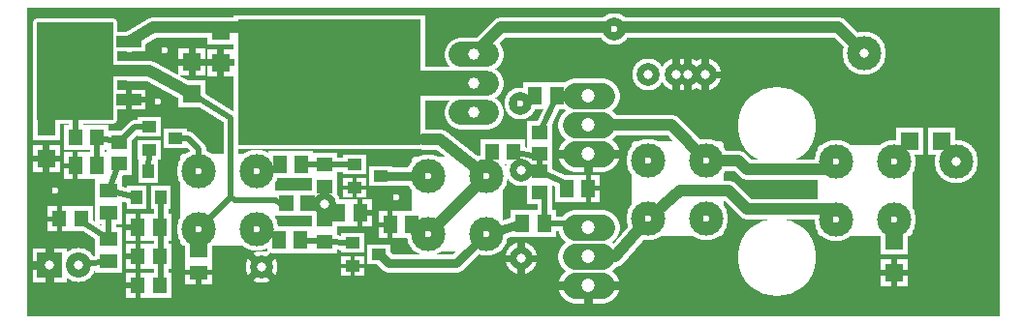
<source format=gbr>
%FSLAX34Y34*%
%MOMM*%
%LNCOPPER_TOP*%
G71*
G01*
%ADD10R, 1.820X2.020*%
%ADD11R, 2.020X1.820*%
%ADD12R, 2.200X2.100*%
%ADD13R, 2.100X2.400*%
%ADD14R, 2.100X2.200*%
%ADD15C, 1.300*%
%ADD16R, 2.400X2.100*%
%ADD17C, 3.000*%
%ADD18R, 2.400X2.400*%
%ADD19C, 1.800*%
%ADD20C, 2.800*%
%ADD21C, 3.800*%
%ADD22C, 0.700*%
%ADD23C, 1.600*%
%ADD24R, 3.000X4.100*%
%ADD25R, 3.000X1.800*%
%ADD26C, 0.800*%
%ADD27C, 2.000*%
%ADD28C, 3.000*%
%ADD29R, 16.800X11.800*%
%ADD30C, 3.100*%
%ADD31C, 4.000*%
%ADD32C, 4.300*%
%ADD33C, 6.800*%
%ADD34C, 2.800*%
%ADD35C, 3.800*%
%ADD36C, 0.433*%
%ADD37C, 0.733*%
%ADD38C, 0.533*%
%ADD39C, 0.340*%
%ADD40C, 0.667*%
%ADD41C, 0.500*%
%ADD42C, 0.767*%
%ADD43R, 1.020X1.220*%
%ADD44R, 1.220X1.020*%
%ADD45R, 1.400X1.300*%
%ADD46R, 1.300X1.600*%
%ADD47R, 1.300X1.400*%
%ADD48R, 1.600X1.300*%
%ADD49C, 2.200*%
%ADD50R, 1.600X1.600*%
%ADD51C, 1.000*%
%ADD52C, 2.000*%
%ADD53C, 3.000*%
%ADD54R, 2.200X3.300*%
%ADD55R, 2.200X1.000*%
%ADD56C, 0.000*%
%ADD57C, 2.200*%
%ADD58R, 16.000X11.000*%
%ADD59C, 2.300*%
%ADD60C, 3.200*%
%ADD61C, 3.500*%
%ADD62C, 0.600*%
%ADD63C, 1.200*%
%ADD64C, 0.100*%
%ADD65C, 6.000*%
%LPD*%
G36*
X0Y0D02*
X850000Y0D01*
X850000Y-270000D01*
X0Y-270000D01*
X0Y0D01*
G37*
%LPC*%
X106362Y-142875D02*
G54D10*
D03*
X116563Y-165775D02*
G54D10*
D03*
X96163Y-165775D02*
G54D10*
D03*
X129382Y-114300D02*
G54D11*
D03*
X106481Y-124500D02*
G54D11*
D03*
X106481Y-104100D02*
G54D11*
D03*
X80962Y-117475D02*
G54D12*
D03*
X80962Y-136475D02*
G54D12*
D03*
X115888Y-192088D02*
G54D13*
D03*
X96888Y-192088D02*
G54D13*
D03*
X115888Y-217488D02*
G54D14*
D03*
X96888Y-217488D02*
G54D14*
D03*
X115888Y-242888D02*
G54D14*
D03*
X96888Y-242888D02*
G54D14*
D03*
G54D15*
X61119Y-113506D02*
X80962Y-117475D01*
G54D15*
X80962Y-117475D02*
X94456Y-103981D01*
X106362Y-103981D01*
G54D15*
X150019Y-193675D02*
X177800Y-165894D01*
X177800Y-96044D01*
X144462Y-75624D01*
G54D15*
X96163Y-165775D02*
X71017Y-160114D01*
G54D15*
X116563Y-165775D02*
X116563Y-242212D01*
X115888Y-242888D01*
G54D15*
X106481Y-124500D02*
X106362Y-142875D01*
X71017Y-179114D02*
G54D16*
D03*
X71017Y-160114D02*
G54D16*
D03*
X70910Y-221400D02*
G54D16*
D03*
X70910Y-202400D02*
G54D16*
D03*
G54D15*
X71017Y-179114D02*
X70910Y-202400D01*
G54D15*
X71017Y-160114D02*
X80962Y-136475D01*
G54D15*
X129382Y-114300D02*
X140494Y-114300D01*
X150019Y-123825D01*
X150019Y-142875D01*
X61119Y-138112D02*
G54D13*
D03*
X42119Y-138112D02*
G54D13*
D03*
X150027Y-212743D02*
G54D16*
D03*
X150027Y-231743D02*
G54D16*
D03*
G36*
X34994Y-210322D02*
X34994Y-240322D01*
X4994Y-240322D01*
X4994Y-210322D01*
X34994Y-210322D01*
G37*
X45394Y-225322D02*
G54D17*
D03*
G54D15*
X45394Y-225322D02*
X70644Y-221456D01*
X169069Y-19844D02*
G54D18*
D03*
X169069Y-47844D02*
G54D18*
D03*
G54D19*
X88900Y-29369D02*
X110331Y-16669D01*
X198438Y-16669D01*
X307826Y-215750D02*
G54D11*
D03*
X284926Y-225950D02*
G54D11*
D03*
X284926Y-205550D02*
G54D11*
D03*
X220160Y-203169D02*
G54D13*
D03*
X239160Y-203169D02*
G54D13*
D03*
X220954Y-137288D02*
G54D13*
D03*
X239954Y-137288D02*
G54D13*
D03*
G54D15*
X239160Y-203169D02*
X260350Y-204738D01*
X284926Y-205550D01*
X284956Y-205581D01*
X260350Y-185738D02*
G54D12*
D03*
X260350Y-204738D02*
G54D12*
D03*
X309182Y-146844D02*
G54D11*
D03*
X286282Y-157043D02*
G54D11*
D03*
X286282Y-136644D02*
G54D11*
D03*
G36*
X215959Y-160006D02*
X236959Y-160006D01*
X236959Y-182006D01*
X215959Y-182006D01*
X215959Y-160006D01*
G37*
G36*
X234959Y-160006D02*
X255959Y-160006D01*
X255959Y-182006D01*
X234959Y-182006D01*
X234959Y-160006D01*
G37*
X260350Y-137319D02*
G54D12*
D03*
X260350Y-156319D02*
G54D12*
D03*
X272282Y-179398D02*
G54D13*
D03*
X291282Y-179398D02*
G54D13*
D03*
G54D15*
X225450Y-173806D02*
X216694Y-168275D01*
X181769Y-168275D01*
X177800Y-165894D01*
X259968Y-171687D02*
G54D20*
D03*
X205167Y-226488D02*
G54D20*
D03*
G54D15*
X239954Y-137288D02*
X260319Y-137288D01*
X260350Y-137319D01*
G54D15*
X286014Y-136674D02*
X287338Y-137319D01*
X260350Y-137319D01*
X401121Y-146976D02*
G54D21*
D03*
X350321Y-197776D02*
G54D21*
D03*
X401121Y-197776D02*
G54D21*
D03*
X350321Y-146976D02*
G54D21*
D03*
G36*
X412617Y-210072D02*
X339592Y-210072D01*
X339592Y-133872D01*
X412617Y-133872D01*
X412617Y-210072D01*
G37*
G54D22*
X412617Y-210072D02*
X339592Y-210072D01*
X339592Y-133872D01*
X412617Y-133872D01*
X412617Y-210072D01*
G54D23*
X309331Y-146993D02*
X347662Y-146844D01*
G54D23*
X307975Y-215900D02*
X315912Y-223838D01*
X375444Y-223838D01*
X401638Y-197644D01*
G54D19*
X350837Y-197644D02*
X401638Y-146844D01*
X336550Y-189706D02*
G54D13*
D03*
X317550Y-189706D02*
G54D13*
D03*
X31750Y-54769D02*
G54D24*
D03*
X88900Y-54769D02*
G54D25*
D03*
X88900Y-29369D02*
G54D25*
D03*
X88900Y-80169D02*
G54D25*
D03*
G36*
X99616Y-59531D02*
X74216Y-59531D01*
X74216Y-97234D01*
X8731Y-97234D01*
X8731Y-12303D01*
X74216Y-12303D01*
X74216Y-50006D01*
X99616Y-50006D01*
X99616Y-59531D01*
G37*
G54D26*
X99616Y-59531D02*
X74216Y-59531D01*
X74216Y-97234D01*
X8731Y-97234D01*
X8731Y-12303D01*
X74216Y-12303D01*
X74216Y-50006D01*
X99616Y-50006D01*
X99616Y-59531D01*
X47158Y-184642D02*
G54D14*
D03*
X28158Y-184642D02*
G54D14*
D03*
G54D15*
X70910Y-202400D02*
X46831Y-185763D01*
X61119Y-113506D02*
G54D14*
D03*
X42119Y-113506D02*
G54D14*
D03*
G54D15*
X61119Y-138112D02*
X61119Y-113506D01*
G54D15*
X42069Y-113506D02*
X42069Y-92869D01*
X144462Y-75624D02*
G54D18*
D03*
X144462Y-47625D02*
G54D18*
D03*
G54D19*
X88900Y-54769D02*
X107156Y-54769D01*
X144462Y-75624D01*
G54D19*
X346075Y-115094D02*
X361156Y-115094D01*
X401638Y-146844D01*
X323057Y-165894D02*
G54D27*
D03*
X114301Y-81756D02*
G54D27*
D03*
X24607Y-159544D02*
G54D27*
D03*
G54D28*
X379826Y-91445D02*
X401826Y-91445D01*
G54D28*
X379826Y-40645D02*
X401826Y-40645D01*
G54D28*
X379826Y-66045D02*
X401826Y-66045D01*
G36*
X340026Y-116845D02*
X187626Y-116845D01*
X187626Y-15245D01*
X340026Y-15245D01*
X340026Y-116845D01*
G37*
G54D15*
X340026Y-116845D02*
X187626Y-116845D01*
X187626Y-15245D01*
X340026Y-15245D01*
X340026Y-116845D01*
G54D28*
X390826Y-66045D02*
X340026Y-66045D01*
G36*
X340026Y-15245D02*
X187626Y-15245D01*
X187626Y-116845D01*
X340026Y-116845D01*
X340026Y-15245D01*
G37*
G54D15*
X340026Y-15245D02*
X187626Y-15245D01*
X187626Y-116845D01*
X340026Y-116845D01*
X340026Y-15245D01*
X264223Y-65251D02*
G54D29*
D03*
X120651Y-37306D02*
G54D27*
D03*
X16669Y-103981D02*
G54D18*
D03*
X16669Y-131981D02*
G54D18*
D03*
X150019Y-142875D02*
G54D21*
D03*
X200819Y-193675D02*
G54D21*
D03*
X200819Y-142875D02*
G54D21*
D03*
X150018Y-193675D02*
G54D21*
D03*
G36*
X213114Y-131379D02*
X213114Y-204404D01*
X136914Y-204404D01*
X136914Y-131379D01*
X213114Y-131379D01*
G37*
G54D22*
X213114Y-131379D02*
X213114Y-204404D01*
X136914Y-204404D01*
X136914Y-131379D01*
X213114Y-131379D01*
G54D19*
X390525Y-40481D02*
X414338Y-16669D01*
X639762Y-16669D01*
G54D30*
X501941Y-192223D02*
X478941Y-192223D01*
G54D30*
X501941Y-243023D02*
X478941Y-243023D01*
G54D30*
X501941Y-217623D02*
X478941Y-217623D01*
X655441Y-218423D02*
G54D31*
D03*
X655441Y-217423D02*
G54D32*
D03*
X655841Y-218623D02*
G54D33*
D03*
X655841Y-103530D02*
G54D33*
D03*
G54D30*
X501941Y-77130D02*
X478941Y-77130D01*
G54D30*
X501941Y-127930D02*
X478941Y-127930D01*
G54D30*
X501941Y-102530D02*
X478941Y-102530D01*
X655441Y-103330D02*
G54D31*
D03*
X655441Y-102330D02*
G54D32*
D03*
X432885Y-188882D02*
G54D13*
D03*
X451885Y-188882D02*
G54D13*
D03*
G54D23*
X401121Y-197776D02*
X432885Y-188882D01*
X462881Y-77130D02*
G54D13*
D03*
X443881Y-77130D02*
G54D13*
D03*
G54D15*
X487266Y-77130D02*
X462881Y-77130D01*
X447700Y-161900D02*
G54D12*
D03*
X447700Y-142900D02*
G54D12*
D03*
X431799Y-142081D02*
G54D20*
D03*
X431799Y-219581D02*
G54D20*
D03*
X471514Y-157967D02*
G54D13*
D03*
X490514Y-157967D02*
G54D13*
D03*
X447675Y-127794D02*
G54D12*
D03*
X447675Y-108794D02*
G54D12*
D03*
G54D15*
X476270Y-188882D02*
X451885Y-188882D01*
X425505Y-125935D02*
G54D14*
D03*
X406505Y-125935D02*
G54D14*
D03*
G54D15*
X425505Y-125935D02*
X445565Y-129904D01*
X447675Y-127794D01*
X447675Y-142875D01*
X447700Y-142900D01*
G54D15*
X451885Y-188882D02*
X451885Y-166085D01*
X447700Y-161900D01*
G54D15*
X462881Y-77130D02*
X447675Y-108794D01*
G54D15*
X471514Y-157967D02*
X471514Y-154014D01*
X447700Y-142900D01*
X431799Y-142081D01*
X593725Y-133350D02*
G54D21*
D03*
X542925Y-184150D02*
G54D21*
D03*
X593725Y-184150D02*
G54D21*
D03*
X542925Y-133350D02*
G54D21*
D03*
G36*
X605221Y-196446D02*
X532196Y-196446D01*
X532196Y-120246D01*
X605221Y-120246D01*
X605221Y-196446D01*
G37*
G54D22*
X605221Y-196446D02*
X532196Y-196446D01*
X532196Y-120246D01*
X605221Y-120246D01*
X605221Y-196446D01*
X431007Y-83344D02*
G54D34*
D03*
G54D19*
X490441Y-102530D02*
X563049Y-102530D01*
X593725Y-133350D01*
G54D19*
X490441Y-217623D02*
X513830Y-217623D01*
X542925Y-184150D01*
X513557Y-18256D02*
G54D34*
D03*
X567531Y-58738D02*
G54D20*
D03*
X577731Y-58738D02*
G54D20*
D03*
X592631Y-58738D02*
G54D20*
D03*
X542631Y-58738D02*
G54D20*
D03*
X757898Y-185221D02*
G54D21*
D03*
X707098Y-134421D02*
G54D21*
D03*
X707098Y-185221D02*
G54D21*
D03*
X757899Y-134421D02*
G54D21*
D03*
G36*
X694803Y-196717D02*
X694803Y-123692D01*
X771003Y-123692D01*
X771003Y-196717D01*
X694803Y-196717D01*
G37*
G54D22*
X694803Y-196717D02*
X694803Y-123692D01*
X771003Y-123692D01*
X771003Y-196717D01*
X694803Y-196717D01*
G54D19*
X593725Y-133350D02*
X621506Y-133350D01*
X629444Y-141288D01*
X700232Y-141288D01*
X707098Y-134421D01*
G54D19*
X542925Y-184150D02*
X570706Y-159544D01*
X612775Y-159544D01*
X629444Y-176212D01*
X700232Y-176212D01*
X707098Y-183079D01*
X731838Y-39687D02*
G54D35*
D03*
G54D19*
X639762Y-16669D02*
X708819Y-16669D01*
X731838Y-39687D01*
X758031Y-203993D02*
G54D18*
D03*
X758031Y-231993D02*
G54D18*
D03*
X799019Y-116393D02*
G54D18*
D03*
X771019Y-116393D02*
G54D18*
D03*
X812006Y-134937D02*
G54D35*
D03*
%LPD*%
G54D36*
G36*
X99054Y-192088D02*
X99054Y-204588D01*
X94721Y-204588D01*
X94721Y-192088D01*
X99054Y-192088D01*
G37*
G36*
X96888Y-194254D02*
X85888Y-194254D01*
X85888Y-189921D01*
X96888Y-189921D01*
X96888Y-194254D01*
G37*
G36*
X94721Y-192088D02*
X94721Y-179588D01*
X99054Y-179588D01*
X99054Y-192088D01*
X94721Y-192088D01*
G37*
G54D36*
G36*
X99054Y-217488D02*
X99054Y-228988D01*
X94721Y-228988D01*
X94721Y-217488D01*
X99054Y-217488D01*
G37*
G36*
X96888Y-219654D02*
X85888Y-219654D01*
X85888Y-215321D01*
X96888Y-215321D01*
X96888Y-219654D01*
G37*
G36*
X94721Y-217488D02*
X94721Y-205988D01*
X99054Y-205988D01*
X99054Y-217488D01*
X94721Y-217488D01*
G37*
G54D36*
G36*
X99054Y-242888D02*
X99054Y-254388D01*
X94721Y-254388D01*
X94721Y-242888D01*
X99054Y-242888D01*
G37*
G36*
X96888Y-245054D02*
X85888Y-245054D01*
X85888Y-240721D01*
X96888Y-240721D01*
X96888Y-245054D01*
G37*
G36*
X94721Y-242888D02*
X94721Y-231388D01*
X99054Y-231388D01*
X99054Y-242888D01*
X94721Y-242888D01*
G37*
G54D36*
G36*
X44286Y-138112D02*
X44286Y-150612D01*
X39953Y-150612D01*
X39953Y-138112D01*
X44286Y-138112D01*
G37*
G36*
X42119Y-140279D02*
X31119Y-140279D01*
X31119Y-135946D01*
X42119Y-135946D01*
X42119Y-140279D01*
G37*
G36*
X39953Y-138112D02*
X39952Y-125612D01*
X44285Y-125612D01*
X44286Y-138112D01*
X39953Y-138112D01*
G37*
G54D36*
G36*
X150027Y-229577D02*
X162527Y-229577D01*
X162527Y-233910D01*
X150027Y-233910D01*
X150027Y-229577D01*
G37*
G36*
X152194Y-231743D02*
X152194Y-242743D01*
X147861Y-242743D01*
X147861Y-231743D01*
X152194Y-231743D01*
G37*
G36*
X150027Y-233910D02*
X137527Y-233910D01*
X137527Y-229577D01*
X150027Y-229577D01*
X150027Y-233910D01*
G37*
G54D37*
G36*
X23660Y-225322D02*
X23660Y-240822D01*
X16327Y-240822D01*
X16327Y-225322D01*
X23660Y-225322D01*
G37*
G36*
X19994Y-228989D02*
X4494Y-228989D01*
X4494Y-221655D01*
X19994Y-221655D01*
X19994Y-228989D01*
G37*
G36*
X16327Y-225322D02*
X16327Y-209822D01*
X23660Y-209822D01*
X23660Y-225322D01*
X16327Y-225322D01*
G37*
G54D38*
G36*
X169069Y-45177D02*
X181569Y-45177D01*
X181569Y-50510D01*
X169069Y-50510D01*
X169069Y-45177D01*
G37*
G36*
X171735Y-47844D02*
X171735Y-60344D01*
X166402Y-60344D01*
X166402Y-47844D01*
X171735Y-47844D01*
G37*
G36*
X169069Y-50510D02*
X156569Y-50510D01*
X156569Y-45177D01*
X169069Y-45177D01*
X169069Y-50510D01*
G37*
G36*
X166402Y-47844D02*
X166402Y-35344D01*
X171735Y-35344D01*
X171735Y-47844D01*
X166402Y-47844D01*
G37*
G54D39*
G36*
X284926Y-227650D02*
X274326Y-227650D01*
X274326Y-224250D01*
X284926Y-224250D01*
X284926Y-227650D01*
G37*
G36*
X283226Y-225950D02*
X283226Y-216350D01*
X286626Y-216350D01*
X286626Y-225950D01*
X283226Y-225950D01*
G37*
G36*
X284926Y-224250D02*
X295526Y-224250D01*
X295526Y-227650D01*
X284926Y-227650D01*
X284926Y-224250D01*
G37*
G36*
X286626Y-225950D02*
X286625Y-235550D01*
X283225Y-235550D01*
X283226Y-225950D01*
X286626Y-225950D01*
G37*
G54D39*
G36*
X286282Y-158743D02*
X275682Y-158743D01*
X275682Y-155343D01*
X286282Y-155343D01*
X286282Y-158743D01*
G37*
G36*
X284582Y-157043D02*
X284582Y-147443D01*
X287982Y-147443D01*
X287982Y-157043D01*
X284582Y-157043D01*
G37*
G36*
X286282Y-155343D02*
X296882Y-155344D01*
X296882Y-158744D01*
X286282Y-158743D01*
X286282Y-155343D01*
G37*
G36*
X287982Y-157043D02*
X287982Y-166643D01*
X284582Y-166643D01*
X284582Y-157043D01*
X287982Y-157043D01*
G37*
G54D36*
G36*
X289115Y-179398D02*
X289116Y-166898D01*
X293449Y-166898D01*
X293448Y-179398D01*
X289115Y-179398D01*
G37*
G36*
X291282Y-177232D02*
X302282Y-177232D01*
X302282Y-181565D01*
X291282Y-181565D01*
X291282Y-177232D01*
G37*
G36*
X293448Y-179398D02*
X293448Y-191898D01*
X289115Y-191898D01*
X289115Y-179398D01*
X293448Y-179398D01*
G37*
G54D40*
G36*
X207524Y-224131D02*
X217778Y-234384D01*
X213064Y-239098D01*
X202810Y-228845D01*
X207524Y-224131D01*
G37*
G36*
X207524Y-228845D02*
X197271Y-239098D01*
X192557Y-234384D01*
X202810Y-224131D01*
X207524Y-228845D01*
G37*
G36*
X202810Y-228845D02*
X192557Y-218592D01*
X197271Y-213878D01*
X207524Y-224131D01*
X202810Y-228845D01*
G37*
G36*
X202810Y-224131D02*
X213064Y-213878D01*
X217778Y-218592D01*
X207524Y-228845D01*
X202810Y-224131D01*
G37*
G54D36*
G36*
X319716Y-189706D02*
X319716Y-202206D01*
X315383Y-202206D01*
X315383Y-189706D01*
X319716Y-189706D01*
G37*
G36*
X317550Y-191873D02*
X306550Y-191873D01*
X306550Y-187540D01*
X317550Y-187540D01*
X317550Y-191873D01*
G37*
G36*
X315383Y-189706D02*
X315383Y-177206D01*
X319716Y-177206D01*
X319716Y-189706D01*
X315383Y-189706D01*
G37*
G54D41*
G36*
X86400Y-80169D02*
X86400Y-70669D01*
X91400Y-70669D01*
X91400Y-80169D01*
X86400Y-80169D01*
G37*
G36*
X88900Y-77669D02*
X104400Y-77669D01*
X104400Y-82669D01*
X88900Y-82669D01*
X88900Y-77669D01*
G37*
G36*
X91400Y-80169D02*
X91400Y-89669D01*
X86400Y-89669D01*
X86400Y-80169D01*
X91400Y-80169D01*
G37*
G54D36*
G36*
X30325Y-184642D02*
X30325Y-196142D01*
X25992Y-196142D01*
X25992Y-184642D01*
X30325Y-184642D01*
G37*
G36*
X28158Y-186809D02*
X17158Y-186809D01*
X17158Y-182476D01*
X28158Y-182476D01*
X28158Y-186809D01*
G37*
G36*
X25992Y-184642D02*
X25992Y-173142D01*
X30325Y-173142D01*
X30325Y-184642D01*
X25992Y-184642D01*
G37*
G54D38*
G36*
X144462Y-50291D02*
X131962Y-50291D01*
X131962Y-44958D01*
X144462Y-44958D01*
X144462Y-50291D01*
G37*
G36*
X141796Y-47625D02*
X141796Y-35125D01*
X147128Y-35125D01*
X147128Y-47625D01*
X141796Y-47625D01*
G37*
G36*
X144462Y-44958D02*
X156962Y-44958D01*
X156962Y-50291D01*
X144462Y-50291D01*
X144462Y-44958D01*
G37*
G36*
X147128Y-47625D02*
X147128Y-60125D01*
X141796Y-60125D01*
X141796Y-47625D01*
X147128Y-47625D01*
G37*
G54D38*
G36*
X16669Y-129314D02*
X29169Y-129314D01*
X29169Y-134647D01*
X16669Y-134647D01*
X16669Y-129314D01*
G37*
G36*
X19336Y-131981D02*
X19336Y-144481D01*
X14003Y-144481D01*
X14003Y-131981D01*
X19336Y-131981D01*
G37*
G36*
X16669Y-134647D02*
X4169Y-134647D01*
X4169Y-129314D01*
X16669Y-129314D01*
X16669Y-134647D01*
G37*
G36*
X14003Y-131981D02*
X14003Y-119481D01*
X19336Y-119481D01*
X19336Y-131981D01*
X14003Y-131981D01*
G37*
G54D42*
G36*
X490441Y-239190D02*
X517941Y-239190D01*
X517941Y-246857D01*
X490441Y-246857D01*
X490441Y-239190D01*
G37*
G36*
X494274Y-243023D02*
X494274Y-259023D01*
X486607Y-259023D01*
X486607Y-243023D01*
X494274Y-243023D01*
G37*
G36*
X490441Y-246857D02*
X462941Y-246857D01*
X462941Y-239190D01*
X490441Y-239190D01*
X490441Y-246857D01*
G37*
G54D42*
G36*
X490441Y-124096D02*
X517941Y-124096D01*
X517941Y-131763D01*
X490441Y-131763D01*
X490441Y-124096D01*
G37*
G36*
X494274Y-127930D02*
X494274Y-143930D01*
X486607Y-143930D01*
X486607Y-127930D01*
X494274Y-127930D01*
G37*
G36*
X490441Y-131763D02*
X462941Y-131763D01*
X462941Y-124096D01*
X490441Y-124096D01*
X490441Y-131763D01*
G37*
G54D40*
G36*
X431799Y-216248D02*
X446299Y-216248D01*
X446299Y-222915D01*
X431799Y-222915D01*
X431799Y-216248D01*
G37*
G36*
X435132Y-219581D02*
X435132Y-234081D01*
X428466Y-234081D01*
X428466Y-219581D01*
X435132Y-219581D01*
G37*
G36*
X431799Y-222915D02*
X417299Y-222915D01*
X417299Y-216248D01*
X431799Y-216248D01*
X431799Y-222915D01*
G37*
G36*
X428466Y-219581D02*
X428466Y-205081D01*
X435132Y-205081D01*
X435132Y-219581D01*
X428466Y-219581D01*
G37*
G54D36*
G36*
X488347Y-157967D02*
X488347Y-145467D01*
X492680Y-145467D01*
X492680Y-157967D01*
X488347Y-157967D01*
G37*
G36*
X490514Y-155801D02*
X501514Y-155801D01*
X501513Y-160134D01*
X490513Y-160134D01*
X490514Y-155801D01*
G37*
G36*
X492680Y-157967D02*
X492680Y-170467D01*
X488347Y-170467D01*
X488347Y-157967D01*
X492680Y-157967D01*
G37*
G54D40*
G36*
X564198Y-58738D02*
X564198Y-44238D01*
X570865Y-44238D01*
X570865Y-58738D01*
X564198Y-58738D01*
G37*
G36*
X567531Y-55404D02*
X582031Y-55404D01*
X582031Y-62071D01*
X567531Y-62071D01*
X567531Y-55404D01*
G37*
G36*
X570865Y-58738D02*
X570865Y-73238D01*
X564198Y-73238D01*
X564198Y-58738D01*
X570865Y-58738D01*
G37*
G54D40*
G36*
X574398Y-58738D02*
X574398Y-44238D01*
X581064Y-44238D01*
X581064Y-58738D01*
X574398Y-58738D01*
G37*
G36*
X577731Y-55404D02*
X592231Y-55404D01*
X592231Y-62071D01*
X577731Y-62071D01*
X577731Y-55404D01*
G37*
G36*
X581064Y-58738D02*
X581064Y-73238D01*
X574398Y-73238D01*
X574398Y-58738D01*
X581064Y-58738D01*
G37*
G36*
X577731Y-62071D02*
X563231Y-62071D01*
X563231Y-55404D01*
X577731Y-55404D01*
X577731Y-62071D01*
G37*
G54D40*
G36*
X589298Y-58738D02*
X589298Y-44238D01*
X595964Y-44238D01*
X595964Y-58738D01*
X589298Y-58738D01*
G37*
G36*
X592631Y-55404D02*
X607131Y-55404D01*
X607131Y-62071D01*
X592631Y-62071D01*
X592631Y-55404D01*
G37*
G36*
X595964Y-58738D02*
X595964Y-73238D01*
X589298Y-73238D01*
X589298Y-58738D01*
X595964Y-58738D01*
G37*
G36*
X592631Y-62071D02*
X578131Y-62071D01*
X578131Y-55404D01*
X592631Y-55404D01*
X592631Y-62071D01*
G37*
G54D38*
G36*
X758031Y-229327D02*
X770531Y-229327D01*
X770531Y-234660D01*
X758031Y-234660D01*
X758031Y-229327D01*
G37*
G36*
X760698Y-231993D02*
X760698Y-244493D01*
X755365Y-244493D01*
X755365Y-231993D01*
X760698Y-231993D01*
G37*
G36*
X758031Y-234660D02*
X745531Y-234660D01*
X745531Y-229327D01*
X758031Y-229327D01*
X758031Y-234660D01*
G37*
G36*
X755365Y-231993D02*
X755364Y-219493D01*
X760698Y-219493D01*
X760698Y-231993D01*
X755365Y-231993D01*
G37*
X106362Y-142875D02*
G54D43*
D03*
X116563Y-165775D02*
G54D43*
D03*
X96163Y-165775D02*
G54D43*
D03*
X129382Y-114300D02*
G54D44*
D03*
X106481Y-124500D02*
G54D44*
D03*
X106481Y-104100D02*
G54D44*
D03*
X80962Y-117475D02*
G54D45*
D03*
X80962Y-136475D02*
G54D45*
D03*
X115888Y-192088D02*
G54D46*
D03*
X96888Y-192088D02*
G54D46*
D03*
X115888Y-217488D02*
G54D47*
D03*
X96888Y-217488D02*
G54D47*
D03*
X115888Y-242888D02*
G54D47*
D03*
X96888Y-242888D02*
G54D47*
D03*
G54D41*
X61119Y-113506D02*
X80962Y-117475D01*
G54D41*
X80962Y-117475D02*
X94456Y-103981D01*
X106362Y-103981D01*
G54D41*
X150019Y-193675D02*
X177800Y-165894D01*
X177800Y-96044D01*
X144462Y-75624D01*
G54D41*
X96163Y-165775D02*
X71017Y-160114D01*
G54D41*
X116563Y-165775D02*
X116563Y-242212D01*
X115888Y-242888D01*
G54D41*
X106481Y-124500D02*
X106362Y-142875D01*
X71017Y-179114D02*
G54D48*
D03*
X71017Y-160114D02*
G54D48*
D03*
X70910Y-221400D02*
G54D48*
D03*
X70910Y-202400D02*
G54D48*
D03*
G54D41*
X71017Y-179114D02*
X70910Y-202400D01*
G54D41*
X71017Y-160114D02*
X80962Y-136475D01*
G54D41*
X129382Y-114300D02*
X140494Y-114300D01*
X150019Y-123825D01*
X150019Y-142875D01*
X61119Y-138112D02*
G54D46*
D03*
X42119Y-138112D02*
G54D46*
D03*
X150027Y-212743D02*
G54D48*
D03*
X150027Y-231743D02*
G54D48*
D03*
G36*
X30994Y-214322D02*
X30994Y-236322D01*
X8994Y-236322D01*
X8994Y-214322D01*
X30994Y-214322D01*
G37*
X45394Y-225322D02*
G54D49*
D03*
G54D41*
X45394Y-225322D02*
X70644Y-221456D01*
X169069Y-19844D02*
G54D50*
D03*
X169069Y-47844D02*
G54D50*
D03*
G54D51*
X88900Y-29369D02*
X110331Y-16669D01*
X198438Y-16669D01*
X307826Y-215750D02*
G54D44*
D03*
X284926Y-225950D02*
G54D44*
D03*
X284926Y-205550D02*
G54D44*
D03*
X220160Y-203169D02*
G54D46*
D03*
X239160Y-203169D02*
G54D46*
D03*
X220954Y-137288D02*
G54D46*
D03*
X239954Y-137288D02*
G54D46*
D03*
G54D41*
X239160Y-203169D02*
X260350Y-204738D01*
X284926Y-205550D01*
X284956Y-205581D01*
X260350Y-185738D02*
G54D45*
D03*
X260350Y-204738D02*
G54D45*
D03*
X309182Y-146844D02*
G54D44*
D03*
X286282Y-157043D02*
G54D44*
D03*
X286282Y-136644D02*
G54D44*
D03*
G36*
X219959Y-164006D02*
X232959Y-164006D01*
X232959Y-178006D01*
X219959Y-178006D01*
X219959Y-164006D01*
G37*
G36*
X238959Y-164006D02*
X251959Y-164006D01*
X251959Y-178006D01*
X238959Y-178006D01*
X238959Y-164006D01*
G37*
X260350Y-137319D02*
G54D45*
D03*
X260350Y-156319D02*
G54D45*
D03*
X272282Y-179398D02*
G54D46*
D03*
X291282Y-179398D02*
G54D46*
D03*
G54D41*
X225450Y-173806D02*
X216694Y-168275D01*
X181769Y-168275D01*
X177800Y-165894D01*
X259968Y-171687D02*
G54D52*
D03*
X205167Y-226488D02*
G54D52*
D03*
G54D41*
X239954Y-137288D02*
X260319Y-137288D01*
X260350Y-137319D01*
G54D41*
X286014Y-136674D02*
X287338Y-137319D01*
X260350Y-137319D01*
X401121Y-146976D02*
G54D53*
D03*
X350321Y-197776D02*
G54D53*
D03*
X401121Y-197776D02*
G54D53*
D03*
X350321Y-146976D02*
G54D53*
D03*
G54D26*
X309331Y-146993D02*
X347662Y-146844D01*
G54D26*
X307975Y-215900D02*
X315912Y-223838D01*
X375444Y-223838D01*
X401638Y-197644D01*
G54D51*
X350837Y-197644D02*
X401638Y-146844D01*
X336550Y-189706D02*
G54D46*
D03*
X317550Y-189706D02*
G54D46*
D03*
X31750Y-54769D02*
G54D54*
D03*
X88900Y-54769D02*
G54D55*
D03*
X88900Y-29369D02*
G54D55*
D03*
X88900Y-80169D02*
G54D55*
D03*
G36*
X99616Y-59531D02*
X74216Y-59531D01*
X74216Y-97234D01*
X8731Y-97234D01*
X8731Y-12303D01*
X74216Y-12303D01*
X74216Y-50006D01*
X99616Y-50006D01*
X99616Y-59531D01*
G37*
G54D56*
X99616Y-59531D02*
X74216Y-59531D01*
X74216Y-97234D01*
X8731Y-97234D01*
X8731Y-12303D01*
X74216Y-12303D01*
X74216Y-50006D01*
X99616Y-50006D01*
X99616Y-59531D01*
X47158Y-184642D02*
G54D47*
D03*
X28158Y-184642D02*
G54D47*
D03*
G54D41*
X70910Y-202400D02*
X46831Y-185763D01*
X61119Y-113506D02*
G54D47*
D03*
X42119Y-113506D02*
G54D47*
D03*
G54D41*
X61119Y-138112D02*
X61119Y-113506D01*
G54D41*
X42069Y-113506D02*
X42069Y-92869D01*
X144462Y-75624D02*
G54D50*
D03*
X144462Y-47625D02*
G54D50*
D03*
G54D51*
X88900Y-54769D02*
X107156Y-54769D01*
X144462Y-75624D01*
G54D51*
X346075Y-115094D02*
X361156Y-115094D01*
X401638Y-146844D01*
X323057Y-165894D02*
G54D27*
D03*
X114301Y-81756D02*
G54D27*
D03*
X24607Y-159544D02*
G54D27*
D03*
G54D57*
X379826Y-91445D02*
X401826Y-91445D01*
G54D57*
X379826Y-40645D02*
X401826Y-40645D01*
G54D57*
X379826Y-66045D02*
X401826Y-66045D01*
G36*
X340026Y-116845D02*
X187626Y-116845D01*
X187626Y-15245D01*
X340026Y-15245D01*
X340026Y-116845D01*
G37*
G54D41*
X340026Y-116845D02*
X187626Y-116845D01*
X187626Y-15245D01*
X340026Y-15245D01*
X340026Y-116845D01*
G54D57*
X390826Y-66045D02*
X340026Y-66045D01*
X264223Y-65251D02*
G54D58*
D03*
X120651Y-37306D02*
G54D27*
D03*
X16669Y-103981D02*
G54D50*
D03*
X16669Y-131981D02*
G54D50*
D03*
X150019Y-142875D02*
G54D53*
D03*
X200819Y-193675D02*
G54D53*
D03*
X200819Y-142875D02*
G54D53*
D03*
X150018Y-193675D02*
G54D53*
D03*
G54D51*
X390525Y-40481D02*
X414338Y-16669D01*
X639762Y-16669D01*
G54D59*
X501941Y-192223D02*
X478941Y-192223D01*
G54D59*
X501941Y-243023D02*
X478941Y-243023D01*
G54D59*
X501941Y-217623D02*
X478941Y-217623D01*
X655441Y-218423D02*
G54D60*
D03*
X655441Y-217423D02*
G54D61*
D03*
G54D59*
X501941Y-77130D02*
X478941Y-77130D01*
G54D59*
X501941Y-127930D02*
X478941Y-127930D01*
G54D59*
X501941Y-102530D02*
X478941Y-102530D01*
X655441Y-103330D02*
G54D60*
D03*
X655441Y-102330D02*
G54D61*
D03*
X432885Y-188882D02*
G54D46*
D03*
X451885Y-188882D02*
G54D46*
D03*
G54D26*
X401121Y-197776D02*
X432885Y-188882D01*
X462881Y-77130D02*
G54D46*
D03*
X443881Y-77130D02*
G54D46*
D03*
G54D41*
X487266Y-77130D02*
X462881Y-77130D01*
X447700Y-161900D02*
G54D45*
D03*
X447700Y-142900D02*
G54D45*
D03*
X431799Y-142081D02*
G54D52*
D03*
X431799Y-219581D02*
G54D52*
D03*
X471514Y-157967D02*
G54D46*
D03*
X490514Y-157967D02*
G54D46*
D03*
X447675Y-127794D02*
G54D45*
D03*
X447675Y-108794D02*
G54D45*
D03*
G54D41*
X476270Y-188882D02*
X451885Y-188882D01*
X425505Y-125935D02*
G54D47*
D03*
X406505Y-125935D02*
G54D47*
D03*
G54D41*
X425505Y-125935D02*
X445565Y-129904D01*
X447675Y-127794D01*
X447675Y-142875D01*
X447700Y-142900D01*
G54D41*
X451885Y-188882D02*
X451885Y-166085D01*
X447700Y-161900D01*
G54D41*
X462881Y-77130D02*
X447675Y-108794D01*
G54D41*
X471514Y-157967D02*
X471514Y-154014D01*
X447700Y-142900D01*
X431799Y-142081D01*
X593725Y-133350D02*
G54D53*
D03*
X542925Y-184150D02*
G54D53*
D03*
X593725Y-184150D02*
G54D53*
D03*
X542925Y-133350D02*
G54D53*
D03*
X431007Y-83344D02*
G54D27*
D03*
G54D51*
X490441Y-102530D02*
X563049Y-102530D01*
X593725Y-133350D01*
G54D51*
X490441Y-217623D02*
X513830Y-217623D01*
X542925Y-184150D01*
X513557Y-18256D02*
G54D27*
D03*
X567531Y-58738D02*
G54D52*
D03*
X577731Y-58738D02*
G54D52*
D03*
X592631Y-58738D02*
G54D52*
D03*
X542631Y-58738D02*
G54D52*
D03*
X757898Y-185221D02*
G54D53*
D03*
X707098Y-134421D02*
G54D53*
D03*
X707098Y-185221D02*
G54D53*
D03*
X757899Y-134421D02*
G54D53*
D03*
G54D51*
X593725Y-133350D02*
X621506Y-133350D01*
X629444Y-141288D01*
X700232Y-141288D01*
X707098Y-134421D01*
G54D51*
X542925Y-184150D02*
X570706Y-159544D01*
X612775Y-159544D01*
X629444Y-176212D01*
X700232Y-176212D01*
X707098Y-183079D01*
X731838Y-39687D02*
G54D17*
D03*
G54D51*
X639762Y-16669D02*
X708819Y-16669D01*
X731838Y-39687D01*
X758031Y-203993D02*
G54D50*
D03*
X758031Y-231993D02*
G54D50*
D03*
X799019Y-116393D02*
G54D50*
D03*
X771019Y-116393D02*
G54D50*
D03*
X812006Y-134937D02*
G54D17*
D03*
%LNAUGENFREISTANZEN*%
%LPC*%
X19994Y-225322D02*
G54D26*
D03*
X45394Y-225322D02*
G54D26*
D03*
X259968Y-171687D02*
G54D26*
D03*
X205167Y-226488D02*
G54D26*
D03*
X401121Y-146976D02*
G54D62*
D03*
X350321Y-197776D02*
G54D62*
D03*
X401121Y-197776D02*
G54D62*
D03*
X350321Y-146976D02*
G54D62*
D03*
X323057Y-165894D02*
G54D62*
D03*
X114301Y-81756D02*
G54D62*
D03*
X24607Y-159544D02*
G54D62*
D03*
X390826Y-91445D02*
G54D51*
D03*
X390826Y-40645D02*
G54D51*
D03*
X390826Y-66045D02*
G54D51*
D03*
X120651Y-37306D02*
G54D62*
D03*
X150019Y-142875D02*
G54D62*
D03*
X200819Y-193675D02*
G54D62*
D03*
X200819Y-142875D02*
G54D62*
D03*
X150018Y-193675D02*
G54D62*
D03*
X490441Y-192223D02*
G54D63*
D03*
X490441Y-243023D02*
G54D63*
D03*
X490441Y-217623D02*
G54D63*
D03*
X655441Y-218423D02*
G54D64*
D03*
X655441Y-217423D02*
G54D64*
D03*
X655841Y-218623D02*
G54D65*
D03*
X655841Y-103530D02*
G54D65*
D03*
X490441Y-77130D02*
G54D63*
D03*
X490441Y-127930D02*
G54D63*
D03*
X490441Y-102530D02*
G54D63*
D03*
X655441Y-103330D02*
G54D64*
D03*
X655441Y-102330D02*
G54D64*
D03*
X431799Y-142081D02*
G54D26*
D03*
X431799Y-219581D02*
G54D26*
D03*
X593725Y-133350D02*
G54D62*
D03*
X542925Y-184150D02*
G54D62*
D03*
X593725Y-184150D02*
G54D62*
D03*
X542925Y-133350D02*
G54D62*
D03*
X431007Y-83344D02*
G54D62*
D03*
X513557Y-18256D02*
G54D62*
D03*
X567531Y-58738D02*
G54D26*
D03*
X577731Y-58738D02*
G54D26*
D03*
X592631Y-58738D02*
G54D26*
D03*
X542631Y-58738D02*
G54D26*
D03*
X757898Y-185221D02*
G54D62*
D03*
X707098Y-134421D02*
G54D62*
D03*
X707098Y-185221D02*
G54D62*
D03*
X757899Y-134421D02*
G54D62*
D03*
X731838Y-39687D02*
G54D26*
D03*
X812006Y-134937D02*
G54D26*
D03*
M02*

</source>
